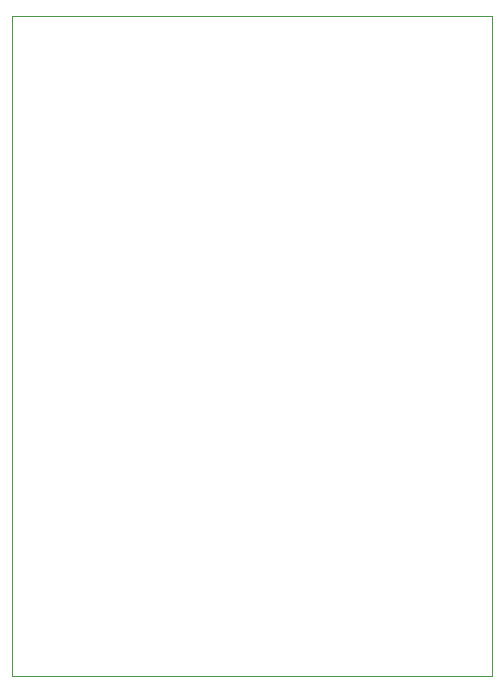
<source format=gbr>
%TF.GenerationSoftware,KiCad,Pcbnew,7.0.11+dfsg-1build4*%
%TF.CreationDate,2024-05-09T18:47:21+10:00*%
%TF.ProjectId,NoBootLoadFlasher,4e6f426f-6f74-44c6-9f61-64466c617368,rev?*%
%TF.SameCoordinates,Original*%
%TF.FileFunction,Profile,NP*%
%FSLAX46Y46*%
G04 Gerber Fmt 4.6, Leading zero omitted, Abs format (unit mm)*
G04 Created by KiCad (PCBNEW 7.0.11+dfsg-1build4) date 2024-05-09 18:47:21*
%MOMM*%
%LPD*%
G01*
G04 APERTURE LIST*
%TA.AperFunction,Profile*%
%ADD10C,0.050000*%
%TD*%
G04 APERTURE END LIST*
D10*
X76200000Y-71120000D02*
X111760000Y-71120000D01*
X71120000Y-127000000D02*
X71120000Y-71120000D01*
X71120000Y-71120000D02*
X76200000Y-71120000D01*
X111760000Y-71120000D02*
X111760000Y-127000000D01*
X111760000Y-127000000D02*
X71120000Y-127000000D01*
M02*

</source>
